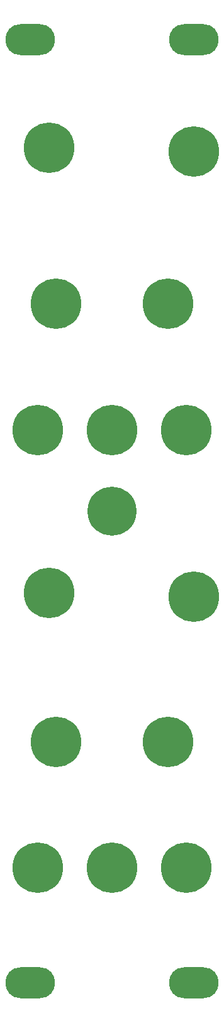
<source format=gtl>
G04 #@! TF.GenerationSoftware,KiCad,Pcbnew,(5.1.9)-1*
G04 #@! TF.CreationDate,2021-10-13T16:09:14+02:00*
G04 #@! TF.ProjectId,MS20-VCF,4d533230-2d56-4434-962e-6b696361645f,rev?*
G04 #@! TF.SameCoordinates,Original*
G04 #@! TF.FileFunction,Copper,L1,Top*
G04 #@! TF.FilePolarity,Positive*
%FSLAX46Y46*%
G04 Gerber Fmt 4.6, Leading zero omitted, Abs format (unit mm)*
G04 Created by KiCad (PCBNEW (5.1.9)-1) date 2021-10-13 16:09:14*
%MOMM*%
%LPD*%
G01*
G04 APERTURE LIST*
G04 #@! TA.AperFunction,ComponentPad*
%ADD10O,6.700000X4.200000*%
G04 #@! TD*
G04 #@! TA.AperFunction,ViaPad*
%ADD11C,6.800000*%
G04 #@! TD*
G04 #@! TA.AperFunction,ViaPad*
%ADD12C,6.600000*%
G04 #@! TD*
G04 APERTURE END LIST*
D10*
X148500000Y-155000000D03*
X126500000Y-155000000D03*
X148500000Y-28000000D03*
X126500000Y-28000000D03*
D11*
X129000000Y-102500000D03*
X148500000Y-103000000D03*
X145000000Y-122500000D03*
X130000000Y-122500000D03*
X147500000Y-139500000D03*
X137500000Y-139500000D03*
X127500000Y-139500000D03*
X145000000Y-63500000D03*
X130000000Y-63500000D03*
D12*
X137500000Y-91500000D03*
D11*
X127500000Y-80500000D03*
X147500000Y-80500000D03*
X137500000Y-80500000D03*
X129000000Y-42500000D03*
X148500000Y-43000000D03*
M02*

</source>
